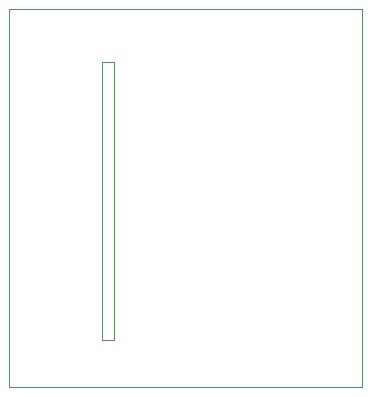
<source format=gbr>
%TF.GenerationSoftware,KiCad,Pcbnew,7.0.5*%
%TF.CreationDate,2023-07-30T18:51:37+03:00*%
%TF.ProjectId,models-heart,6d6f6465-6c73-42d6-9865-6172742e6b69,rev?*%
%TF.SameCoordinates,Original*%
%TF.FileFunction,Profile,NP*%
%FSLAX46Y46*%
G04 Gerber Fmt 4.6, Leading zero omitted, Abs format (unit mm)*
G04 Created by KiCad (PCBNEW 7.0.5) date 2023-07-30 18:51:37*
%MOMM*%
%LPD*%
G01*
G04 APERTURE LIST*
%TA.AperFunction,Profile*%
%ADD10C,0.050000*%
%TD*%
G04 APERTURE END LIST*
D10*
X91000000Y-59000000D02*
X61100000Y-59000000D01*
X61100000Y-27000000D01*
X91000000Y-27000000D01*
X91000000Y-59000000D01*
X70000000Y-31500000D02*
X69000000Y-31500000D01*
X69000000Y-55000000D02*
X70000000Y-55000000D01*
X69000000Y-31500000D02*
X69000000Y-55000000D01*
X70000000Y-55000000D02*
X70000000Y-31500000D01*
M02*

</source>
